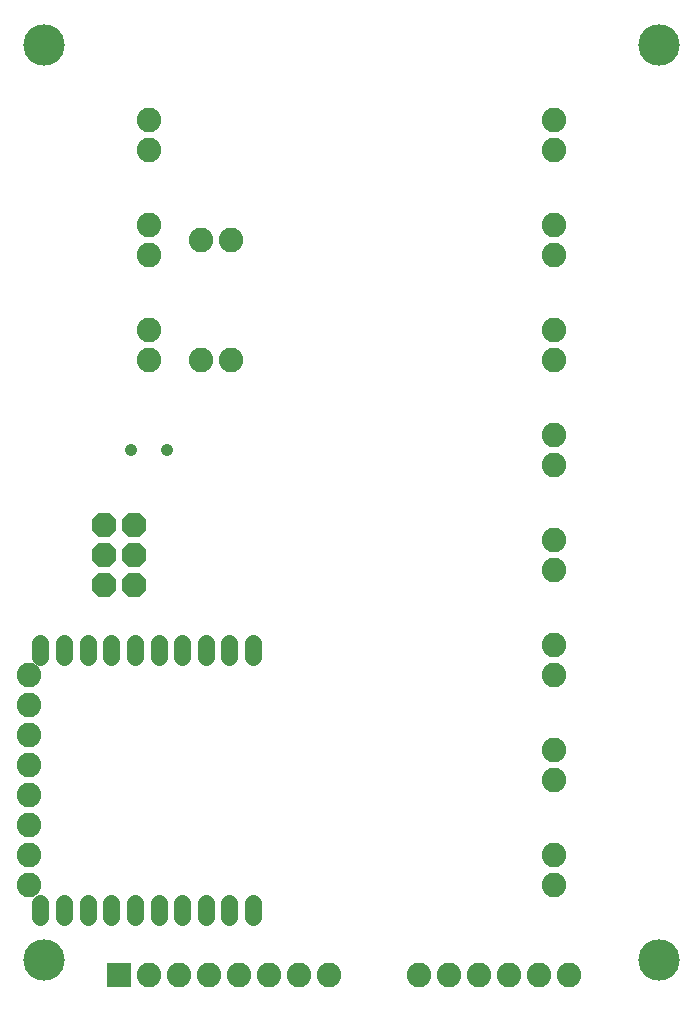
<source format=gbr>
G04 EAGLE Gerber RS-274X export*
G75*
%MOMM*%
%FSLAX34Y34*%
%LPD*%
%INSoldermask Bottom*%
%IPPOS*%
%AMOC8*
5,1,8,0,0,1.08239X$1,22.5*%
G01*
%ADD10C,3.505200*%
%ADD11P,2.254402X8X292.500000*%
%ADD12C,2.082800*%
%ADD13R,2.082800X2.082800*%
%ADD14C,1.053200*%
%ADD15C,1.409700*%


D10*
X546100Y800100D03*
X25400Y25400D03*
X25400Y800100D03*
X546100Y25400D03*
D11*
X76200Y393700D03*
X101600Y393700D03*
X76200Y368300D03*
X101600Y368300D03*
X76200Y342900D03*
X101600Y342900D03*
D12*
X342900Y12700D03*
X368300Y12700D03*
X393700Y12700D03*
X419100Y12700D03*
X444500Y12700D03*
X469900Y12700D03*
D13*
X88900Y12700D03*
D12*
X114300Y12700D03*
X139700Y12700D03*
X165100Y12700D03*
X190500Y12700D03*
X215900Y12700D03*
X241300Y12700D03*
X266700Y12700D03*
X114300Y736600D03*
X114300Y711200D03*
X114300Y647700D03*
X114300Y622300D03*
X114300Y533400D03*
X114300Y558800D03*
X457200Y114300D03*
X457200Y88900D03*
X158750Y635000D03*
X158750Y533400D03*
X184150Y533400D03*
X184150Y635000D03*
X457200Y203200D03*
X457200Y177800D03*
X457200Y292100D03*
X457200Y266700D03*
X457200Y381000D03*
X457200Y355600D03*
X457200Y469900D03*
X457200Y444500D03*
X457200Y558800D03*
X457200Y533400D03*
X457200Y647700D03*
X457200Y622300D03*
X457200Y736600D03*
X457200Y711200D03*
D14*
X129300Y457200D03*
X99300Y457200D03*
D12*
X12700Y88900D03*
X12700Y114300D03*
X12700Y139700D03*
X12700Y165100D03*
X12700Y190500D03*
X12700Y215900D03*
X12700Y241300D03*
X12700Y266700D03*
D15*
X202500Y73533D02*
X202500Y61468D01*
X182500Y61468D02*
X182500Y73533D01*
X162500Y73533D02*
X162500Y61468D01*
X142500Y61468D02*
X142500Y73533D01*
X122500Y73533D02*
X122500Y61468D01*
X102500Y61468D02*
X102500Y73533D01*
X82500Y73533D02*
X82500Y61468D01*
X62500Y61468D02*
X62500Y73533D01*
X42500Y73533D02*
X42500Y61468D01*
X22500Y61468D02*
X22500Y73533D01*
X202500Y281468D02*
X202500Y293533D01*
X182500Y293533D02*
X182500Y281468D01*
X162500Y281468D02*
X162500Y293533D01*
X142500Y293533D02*
X142500Y281468D01*
X122500Y281468D02*
X122500Y293533D01*
X102500Y293533D02*
X102500Y281468D01*
X82500Y281468D02*
X82500Y293533D01*
X62500Y293533D02*
X62500Y281468D01*
X42500Y281468D02*
X42500Y293533D01*
X22500Y293533D02*
X22500Y281468D01*
M02*

</source>
